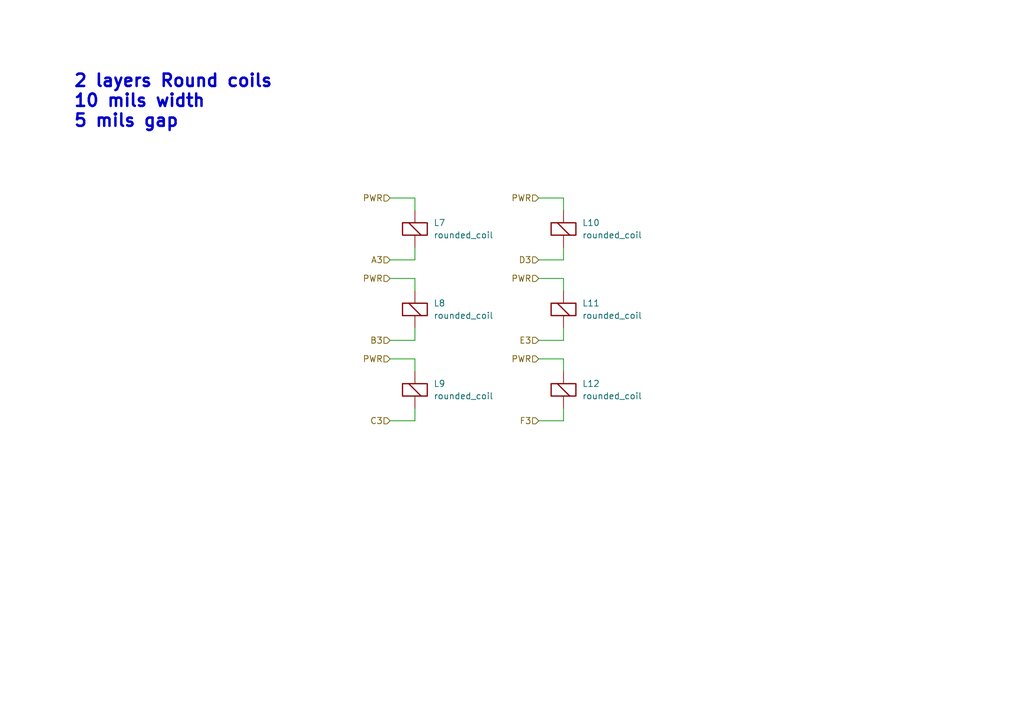
<source format=kicad_sch>
(kicad_sch (version 20231120) (generator "eeschema") (generator_version "8.0")
  (paper "A5")
  (title_block (title "Coil module 3") (date "2024-06-13") (rev "0.1") (comment 1 "Jonas Stirnemann"))
  (lib_symbols
    (symbol "Device:ElectromagneticActor" (pin_numbers hide) (pin_names (offset 0.0254) hide)
      (property "Reference" "L" (at 1.27 3.81 0))
      (property "Value" "ElectromagneticActor" (at 1.27 -1.27 0))
      (symbol "ElectromagneticActor_0_1"
        (rectangle (start -2.54 2.54) (end 2.54 0) (stroke (width 0.254)))
        (polyline (pts (xy -1.27 2.54) (xy 1.27 0)) (stroke (width 0.254)))
      )
      (symbol "ElectromagneticActor_1_1"
        (pin passive line (at 0 5.08 270) (length 2.54) (name "-") (number "1"))
        (pin passive line (at 0 -2.54 90) (length 2.54) (name "+") (number "2"))
      )
    )
  )
  (wire (pts (xy 115.57 50.8) (xy 115.57 53.34)))
  (wire (pts (xy 115.57 73.66) (xy 115.57 76.2)))
  (wire (pts (xy 115.57 83.82) (xy 115.57 86.36)))
  (wire (pts (xy 110.49 73.66) (xy 115.57 73.66)))
  (wire (pts (xy 115.57 67.31) (xy 115.57 69.85)))
  (wire (pts (xy 85.09 86.36) (xy 80.01 86.36)))
  (wire (pts (xy 85.09 73.66) (xy 85.09 76.2)))
  (wire (pts (xy 85.09 40.64) (xy 85.09 43.18)))
  (wire (pts (xy 85.09 83.82) (xy 85.09 86.36)))
  (wire (pts (xy 80.01 57.15) (xy 85.09 57.15)))
  (wire (pts (xy 110.49 40.64) (xy 115.57 40.64)))
  (wire (pts (xy 80.01 40.64) (xy 85.09 40.64)))
  (wire (pts (xy 85.09 67.31) (xy 85.09 69.85)))
  (wire (pts (xy 115.57 53.34) (xy 110.49 53.34)))
  (wire (pts (xy 115.57 40.64) (xy 115.57 43.18)))
  (wire (pts (xy 110.49 57.15) (xy 115.57 57.15)))
  (wire (pts (xy 85.09 69.85) (xy 80.01 69.85)))
  (wire (pts (xy 85.09 50.8) (xy 85.09 53.34)))
  (wire (pts (xy 85.09 57.15) (xy 85.09 59.69)))
  (wire (pts (xy 85.09 53.34) (xy 80.01 53.34)))
  (wire (pts (xy 80.01 73.66) (xy 85.09 73.66)))
  (wire (pts (xy 115.57 69.85) (xy 110.49 69.85)))
  (wire (pts (xy 115.57 57.15) (xy 115.57 59.69)))
  (wire (pts (xy 115.57 86.36) (xy 110.49 86.36)))
  (text "2 layers Round coils \n10 mils width\n5 mils gap\n" (at 14.986 20.828 0) (effects (font (size 2.54 2.54) (thickness 0.508) (bold yes)) (justify left)))
  (hierarchical_label "PWR" (shape input) (at 80.01 57.15 180))
  (hierarchical_label "PWR" (shape input) (at 110.49 40.64 180))
  (hierarchical_label "E3" (shape input) (at 110.49 69.85 180))
  (hierarchical_label "PWR" (shape input) (at 80.01 73.66 180))
  (hierarchical_label "B3" (shape input) (at 80.01 69.85 180))
  (hierarchical_label "D3" (shape input) (at 110.49 53.34 180))
  (hierarchical_label "PWR" (shape input) (at 110.49 73.66 180))
  (hierarchical_label "PWR" (shape input) (at 110.49 57.15 180))
  (hierarchical_label "A3" (shape input) (at 80.01 53.34 180))
  (hierarchical_label "PWR" (shape input) (at 80.01 40.64 180))
  (hierarchical_label "F3" (shape input) (at 110.49 86.36 180))
  (hierarchical_label "C3" (shape input) (at 80.01 86.36 180))
  (symbol (lib_id "Device:ElectromagneticActor") (at 115.57 81.28 0) (unit 1)
    (property "Reference" "L12" (at 119.38 78.7399 0) (effects (justify left)))
    (property "Value" "rounded_coil" (at 119.38 81.2799 0) (effects (justify left)))
    (property "Footprint" "PCB Coils:rounded_thicc" (effects (hide yes)))
    (property "Description" "Electromagnetic actor" (effects (hide yes)))
  )
  (symbol (lib_id "Device:ElectromagneticActor") (at 115.57 64.77 0) (unit 1)
    (property "Reference" "L11" (at 119.38 62.2299 0) (effects (justify left)))
    (property "Value" "rounded_coil" (at 119.38 64.7699 0) (effects (justify left)))
    (property "Footprint" "PCB Coils:rounded_thicc" (effects (hide yes)))
    (property "Description" "Electromagnetic actor" (effects (hide yes)))
  )
  (symbol (lib_id "Device:ElectromagneticActor") (at 85.09 81.28 0) (unit 1)
    (property "Reference" "L9" (at 88.9 78.7399 0) (effects (justify left)))
    (property "Value" "rounded_coil" (at 88.9 81.2799 0) (effects (justify left)))
    (property "Footprint" "PCB Coils:rounded_thicc" (effects (hide yes)))
    (property "Description" "Electromagnetic actor" (effects (hide yes)))
  )
  (symbol (lib_id "Device:ElectromagneticActor") (at 85.09 64.77 0) (unit 1)
    (property "Reference" "L8" (at 88.9 62.2299 0) (effects (justify left)))
    (property "Value" "rounded_coil" (at 88.9 64.7699 0) (effects (justify left)))
    (property "Footprint" "PCB Coils:rounded_thicc" (effects (hide yes)))
    (property "Description" "Electromagnetic actor" (effects (hide yes)))
  )
  (symbol (lib_id "Device:ElectromagneticActor") (at 85.09 48.26 0) (unit 1)
    (property "Reference" "L7" (at 88.9 45.7199 0) (effects (justify left)))
    (property "Value" "rounded_coil" (at 88.9 48.2599 0) (effects (justify left)))
    (property "Footprint" "PCB Coils:rounded_thicc" (effects (hide yes)))
    (property "Description" "Electromagnetic actor" (effects (hide yes)))
  )
  (symbol (lib_id "Device:ElectromagneticActor") (at 115.57 48.26 0) (unit 1)
    (property "Reference" "L10" (at 119.38 45.7199 0) (effects (justify left)))
    (property "Value" "rounded_coil" (at 119.38 48.2599 0) (effects (justify left)))
    (property "Footprint" "PCB Coils:rounded_thicc" (effects (hide yes)))
    (property "Description" "Electromagnetic actor" (effects (hide yes)))
  )
)
</source>
